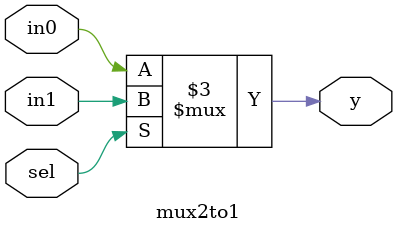
<source format=v>
`timescale 1ns / 1ps
module mux2to1(y,in0,in1,sel);
	parameter N=1;
	output[N-1:0] y;
	input[N-1:0] in0,in1;
	input sel;
	reg[N-1:0] y;
	//select output by variable sel
	always @(in0 or in1 or sel)
		begin
			if (sel) y=in1;
			else y=in0;
		end
endmodule
</source>
